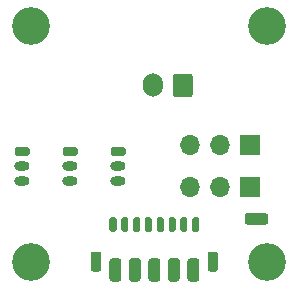
<source format=gbr>
%TF.GenerationSoftware,KiCad,Pcbnew,(5.1.9)-1*%
%TF.CreationDate,2021-10-08T16:07:11+01:00*%
%TF.ProjectId,5-servos-jst,352d7365-7276-46f7-932d-6a73742e6b69,rev?*%
%TF.SameCoordinates,Original*%
%TF.FileFunction,Soldermask,Top*%
%TF.FilePolarity,Negative*%
%FSLAX46Y46*%
G04 Gerber Fmt 4.6, Leading zero omitted, Abs format (unit mm)*
G04 Created by KiCad (PCBNEW (5.1.9)-1) date 2021-10-08 16:07:11*
%MOMM*%
%LPD*%
G01*
G04 APERTURE LIST*
%ADD10O,1.300000X0.800000*%
%ADD11O,1.700000X1.700000*%
%ADD12R,1.700000X1.700000*%
%ADD13C,3.200000*%
%ADD14O,1.700000X2.000000*%
G04 APERTURE END LIST*
D10*
%TO.C,J10*%
X159258000Y-155154000D03*
X159258000Y-153904000D03*
G36*
G01*
X158808000Y-152254000D02*
X159708000Y-152254000D01*
G75*
G02*
X159908000Y-152454000I0J-200000D01*
G01*
X159908000Y-152854000D01*
G75*
G02*
X159708000Y-153054000I-200000J0D01*
G01*
X158808000Y-153054000D01*
G75*
G02*
X158608000Y-152854000I0J200000D01*
G01*
X158608000Y-152454000D01*
G75*
G02*
X158808000Y-152254000I200000J0D01*
G01*
G37*
%TD*%
%TO.C,J5*%
X163322000Y-155154000D03*
X163322000Y-153904000D03*
G36*
G01*
X162872000Y-152254000D02*
X163772000Y-152254000D01*
G75*
G02*
X163972000Y-152454000I0J-200000D01*
G01*
X163972000Y-152854000D01*
G75*
G02*
X163772000Y-153054000I-200000J0D01*
G01*
X162872000Y-153054000D01*
G75*
G02*
X162672000Y-152854000I0J200000D01*
G01*
X162672000Y-152454000D01*
G75*
G02*
X162872000Y-152254000I200000J0D01*
G01*
G37*
%TD*%
D11*
%TO.C,J3*%
X173482000Y-152146000D03*
X176022000Y-152146000D03*
D12*
X178562000Y-152146000D03*
%TD*%
D11*
%TO.C,J2*%
X173482000Y-155702000D03*
X176022000Y-155702000D03*
D12*
X178562000Y-155702000D03*
%TD*%
D10*
%TO.C,J4*%
X167386000Y-155154000D03*
X167386000Y-153904000D03*
G36*
G01*
X166936000Y-152254000D02*
X167836000Y-152254000D01*
G75*
G02*
X168036000Y-152454000I0J-200000D01*
G01*
X168036000Y-152854000D01*
G75*
G02*
X167836000Y-153054000I-200000J0D01*
G01*
X166936000Y-153054000D01*
G75*
G02*
X166736000Y-152854000I0J200000D01*
G01*
X166736000Y-152454000D01*
G75*
G02*
X166936000Y-152254000I200000J0D01*
G01*
G37*
%TD*%
%TO.C,J1*%
G36*
G01*
X174934000Y-162603000D02*
X174934000Y-161353000D01*
G75*
G02*
X175159000Y-161128000I225000J0D01*
G01*
X175609000Y-161128000D01*
G75*
G02*
X175834000Y-161353000I0J-225000D01*
G01*
X175834000Y-162603000D01*
G75*
G02*
X175609000Y-162828000I-225000J0D01*
G01*
X175159000Y-162828000D01*
G75*
G02*
X174934000Y-162603000I0J225000D01*
G01*
G37*
G36*
G01*
X165034000Y-162603000D02*
X165034000Y-161353000D01*
G75*
G02*
X165259000Y-161128000I225000J0D01*
G01*
X165709000Y-161128000D01*
G75*
G02*
X165934000Y-161353000I0J-225000D01*
G01*
X165934000Y-162603000D01*
G75*
G02*
X165709000Y-162828000I-225000J0D01*
G01*
X165259000Y-162828000D01*
G75*
G02*
X165034000Y-162603000I0J225000D01*
G01*
G37*
G36*
G01*
X173634000Y-159328000D02*
X173634000Y-158378000D01*
G75*
G02*
X173784000Y-158228000I150000J0D01*
G01*
X174084000Y-158228000D01*
G75*
G02*
X174234000Y-158378000I0J-150000D01*
G01*
X174234000Y-159328000D01*
G75*
G02*
X174084000Y-159478000I-150000J0D01*
G01*
X173784000Y-159478000D01*
G75*
G02*
X173634000Y-159328000I0J150000D01*
G01*
G37*
G36*
G01*
X172634000Y-159328000D02*
X172634000Y-158378000D01*
G75*
G02*
X172784000Y-158228000I150000J0D01*
G01*
X173084000Y-158228000D01*
G75*
G02*
X173234000Y-158378000I0J-150000D01*
G01*
X173234000Y-159328000D01*
G75*
G02*
X173084000Y-159478000I-150000J0D01*
G01*
X172784000Y-159478000D01*
G75*
G02*
X172634000Y-159328000I0J150000D01*
G01*
G37*
G36*
G01*
X171634000Y-159328000D02*
X171634000Y-158378000D01*
G75*
G02*
X171784000Y-158228000I150000J0D01*
G01*
X172084000Y-158228000D01*
G75*
G02*
X172234000Y-158378000I0J-150000D01*
G01*
X172234000Y-159328000D01*
G75*
G02*
X172084000Y-159478000I-150000J0D01*
G01*
X171784000Y-159478000D01*
G75*
G02*
X171634000Y-159328000I0J150000D01*
G01*
G37*
G36*
G01*
X170634000Y-159328000D02*
X170634000Y-158378000D01*
G75*
G02*
X170784000Y-158228000I150000J0D01*
G01*
X171084000Y-158228000D01*
G75*
G02*
X171234000Y-158378000I0J-150000D01*
G01*
X171234000Y-159328000D01*
G75*
G02*
X171084000Y-159478000I-150000J0D01*
G01*
X170784000Y-159478000D01*
G75*
G02*
X170634000Y-159328000I0J150000D01*
G01*
G37*
G36*
G01*
X169634000Y-159328000D02*
X169634000Y-158378000D01*
G75*
G02*
X169784000Y-158228000I150000J0D01*
G01*
X170084000Y-158228000D01*
G75*
G02*
X170234000Y-158378000I0J-150000D01*
G01*
X170234000Y-159328000D01*
G75*
G02*
X170084000Y-159478000I-150000J0D01*
G01*
X169784000Y-159478000D01*
G75*
G02*
X169634000Y-159328000I0J150000D01*
G01*
G37*
G36*
G01*
X168634000Y-159328000D02*
X168634000Y-158378000D01*
G75*
G02*
X168784000Y-158228000I150000J0D01*
G01*
X169084000Y-158228000D01*
G75*
G02*
X169234000Y-158378000I0J-150000D01*
G01*
X169234000Y-159328000D01*
G75*
G02*
X169084000Y-159478000I-150000J0D01*
G01*
X168784000Y-159478000D01*
G75*
G02*
X168634000Y-159328000I0J150000D01*
G01*
G37*
G36*
G01*
X167634000Y-159328000D02*
X167634000Y-158378000D01*
G75*
G02*
X167784000Y-158228000I150000J0D01*
G01*
X168084000Y-158228000D01*
G75*
G02*
X168234000Y-158378000I0J-150000D01*
G01*
X168234000Y-159328000D01*
G75*
G02*
X168084000Y-159478000I-150000J0D01*
G01*
X167784000Y-159478000D01*
G75*
G02*
X167634000Y-159328000I0J150000D01*
G01*
G37*
G36*
G01*
X166634000Y-159328000D02*
X166634000Y-158378000D01*
G75*
G02*
X166784000Y-158228000I150000J0D01*
G01*
X167084000Y-158228000D01*
G75*
G02*
X167234000Y-158378000I0J-150000D01*
G01*
X167234000Y-159328000D01*
G75*
G02*
X167084000Y-159478000I-150000J0D01*
G01*
X166784000Y-159478000D01*
G75*
G02*
X166634000Y-159328000I0J150000D01*
G01*
G37*
%TD*%
D13*
%TO.C,H4*%
X180000000Y-162000000D03*
%TD*%
%TO.C,H3*%
X180000000Y-142000000D03*
%TD*%
%TO.C,H2*%
X160000000Y-162000000D03*
%TD*%
%TO.C,H1*%
X160000000Y-142000000D03*
%TD*%
%TO.C,J13*%
G36*
G01*
X179820000Y-158869000D02*
X178320000Y-158869000D01*
G75*
G02*
X178070000Y-158619000I0J250000D01*
G01*
X178070000Y-158119000D01*
G75*
G02*
X178320000Y-157869000I250000J0D01*
G01*
X179820000Y-157869000D01*
G75*
G02*
X180070000Y-158119000I0J-250000D01*
G01*
X180070000Y-158619000D01*
G75*
G02*
X179820000Y-158869000I-250000J0D01*
G01*
G37*
%TD*%
%TO.C,J12*%
G36*
G01*
X166632000Y-163437000D02*
X166632000Y-161937000D01*
G75*
G02*
X166882000Y-161687000I250000J0D01*
G01*
X167382000Y-161687000D01*
G75*
G02*
X167632000Y-161937000I0J-250000D01*
G01*
X167632000Y-163437000D01*
G75*
G02*
X167382000Y-163687000I-250000J0D01*
G01*
X166882000Y-163687000D01*
G75*
G02*
X166632000Y-163437000I0J250000D01*
G01*
G37*
%TD*%
%TO.C,J11*%
G36*
G01*
X168283000Y-163437000D02*
X168283000Y-161937000D01*
G75*
G02*
X168533000Y-161687000I250000J0D01*
G01*
X169033000Y-161687000D01*
G75*
G02*
X169283000Y-161937000I0J-250000D01*
G01*
X169283000Y-163437000D01*
G75*
G02*
X169033000Y-163687000I-250000J0D01*
G01*
X168533000Y-163687000D01*
G75*
G02*
X168283000Y-163437000I0J250000D01*
G01*
G37*
%TD*%
D14*
%TO.C,J6*%
X170347000Y-147066000D03*
G36*
G01*
X173697000Y-146316000D02*
X173697000Y-147816000D01*
G75*
G02*
X173447000Y-148066000I-250000J0D01*
G01*
X172247000Y-148066000D01*
G75*
G02*
X171997000Y-147816000I0J250000D01*
G01*
X171997000Y-146316000D01*
G75*
G02*
X172247000Y-146066000I250000J0D01*
G01*
X173447000Y-146066000D01*
G75*
G02*
X173697000Y-146316000I0J-250000D01*
G01*
G37*
%TD*%
%TO.C,J9*%
G36*
G01*
X169934000Y-163437000D02*
X169934000Y-161937000D01*
G75*
G02*
X170184000Y-161687000I250000J0D01*
G01*
X170684000Y-161687000D01*
G75*
G02*
X170934000Y-161937000I0J-250000D01*
G01*
X170934000Y-163437000D01*
G75*
G02*
X170684000Y-163687000I-250000J0D01*
G01*
X170184000Y-163687000D01*
G75*
G02*
X169934000Y-163437000I0J250000D01*
G01*
G37*
%TD*%
%TO.C,J8*%
G36*
G01*
X171585000Y-163437000D02*
X171585000Y-161937000D01*
G75*
G02*
X171835000Y-161687000I250000J0D01*
G01*
X172335000Y-161687000D01*
G75*
G02*
X172585000Y-161937000I0J-250000D01*
G01*
X172585000Y-163437000D01*
G75*
G02*
X172335000Y-163687000I-250000J0D01*
G01*
X171835000Y-163687000D01*
G75*
G02*
X171585000Y-163437000I0J250000D01*
G01*
G37*
%TD*%
%TO.C,J7*%
G36*
G01*
X173236000Y-163437000D02*
X173236000Y-161937000D01*
G75*
G02*
X173486000Y-161687000I250000J0D01*
G01*
X173986000Y-161687000D01*
G75*
G02*
X174236000Y-161937000I0J-250000D01*
G01*
X174236000Y-163437000D01*
G75*
G02*
X173986000Y-163687000I-250000J0D01*
G01*
X173486000Y-163687000D01*
G75*
G02*
X173236000Y-163437000I0J250000D01*
G01*
G37*
%TD*%
M02*

</source>
